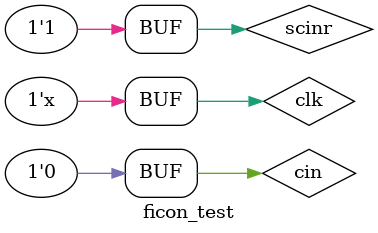
<source format=v>
`timescale 1ns/100ps

module ficon_test();

reg clk, scinr, cin;

ficon ficon_unit(clk, scinr, cin);

initial begin
	clk <= 0;
	scinr <= 8;
	cin <= 0;

	#5 scinr <= 0;

	#10;
	scinr <= 1;
	#50;
end

always #5 clk <= ~clk;

endmodule

</source>
